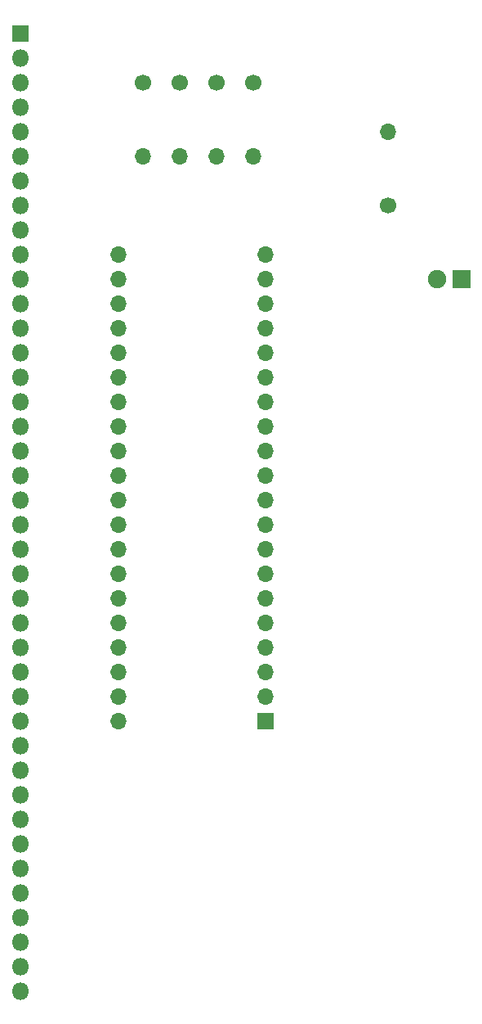
<source format=gbr>
%TF.GenerationSoftware,KiCad,Pcbnew,5.1.6-c6e7f7d~87~ubuntu18.04.1*%
%TF.CreationDate,2020-07-13T16:41:44+01:00*%
%TF.ProjectId,Z80_Rev2,5a38305f-5265-4763-922e-6b696361645f,rev?*%
%TF.SameCoordinates,Original*%
%TF.FileFunction,Soldermask,Top*%
%TF.FilePolarity,Negative*%
%FSLAX46Y46*%
G04 Gerber Fmt 4.6, Leading zero omitted, Abs format (unit mm)*
G04 Created by KiCad (PCBNEW 5.1.6-c6e7f7d~87~ubuntu18.04.1) date 2020-07-13 16:41:44*
%MOMM*%
%LPD*%
G01*
G04 APERTURE LIST*
%ADD10O,1.700000X1.700000*%
%ADD11R,1.700000X1.700000*%
%ADD12C,1.700000*%
%ADD13O,1.800000X1.800000*%
%ADD14R,1.800000X1.800000*%
%ADD15C,1.900000*%
%ADD16R,1.900000X1.900000*%
G04 APERTURE END LIST*
D10*
%TO.C,U1*%
X88900000Y-101600000D03*
X104140000Y-53340000D03*
X88900000Y-99060000D03*
X104140000Y-55880000D03*
X88900000Y-96520000D03*
X104140000Y-58420000D03*
X88900000Y-93980000D03*
X104140000Y-60960000D03*
X88900000Y-91440000D03*
X104140000Y-63500000D03*
X88900000Y-88900000D03*
X104140000Y-66040000D03*
X88900000Y-86360000D03*
X104140000Y-68580000D03*
X88900000Y-83820000D03*
X104140000Y-71120000D03*
X88900000Y-81280000D03*
X104140000Y-73660000D03*
X88900000Y-78740000D03*
X104140000Y-76200000D03*
X88900000Y-76200000D03*
X104140000Y-78740000D03*
X88900000Y-73660000D03*
X104140000Y-81280000D03*
X88900000Y-71120000D03*
X104140000Y-83820000D03*
X88900000Y-68580000D03*
X104140000Y-86360000D03*
X88900000Y-66040000D03*
X104140000Y-88900000D03*
X88900000Y-63500000D03*
X104140000Y-91440000D03*
X88900000Y-60960000D03*
X104140000Y-93980000D03*
X88900000Y-58420000D03*
X104140000Y-96520000D03*
X88900000Y-55880000D03*
X104140000Y-99060000D03*
X88900000Y-53340000D03*
D11*
X104140000Y-101600000D03*
%TD*%
D10*
%TO.C,R5*%
X116840000Y-40640000D03*
D12*
X116840000Y-48260000D03*
%TD*%
D10*
%TO.C,R4*%
X99060000Y-43180000D03*
D12*
X99060000Y-35560000D03*
%TD*%
D10*
%TO.C,R3*%
X91440000Y-43180000D03*
D12*
X91440000Y-35560000D03*
%TD*%
D10*
%TO.C,R2*%
X95250000Y-43180000D03*
D12*
X95250000Y-35560000D03*
%TD*%
D10*
%TO.C,R1*%
X102870000Y-43180000D03*
D12*
X102870000Y-35560000D03*
%TD*%
D13*
%TO.C,J1*%
X78740000Y-129540000D03*
X78740000Y-127000000D03*
X78740000Y-124460000D03*
X78740000Y-121920000D03*
X78740000Y-119380000D03*
X78740000Y-116840000D03*
X78740000Y-114300000D03*
X78740000Y-111760000D03*
X78740000Y-109220000D03*
X78740000Y-106680000D03*
X78740000Y-104140000D03*
X78740000Y-101600000D03*
X78740000Y-99060000D03*
X78740000Y-96520000D03*
X78740000Y-93980000D03*
X78740000Y-91440000D03*
X78740000Y-88900000D03*
X78740000Y-86360000D03*
X78740000Y-83820000D03*
X78740000Y-81280000D03*
X78740000Y-78740000D03*
X78740000Y-76200000D03*
X78740000Y-73660000D03*
X78740000Y-71120000D03*
X78740000Y-68580000D03*
X78740000Y-66040000D03*
X78740000Y-63500000D03*
X78740000Y-60960000D03*
X78740000Y-58420000D03*
X78740000Y-55880000D03*
X78740000Y-53340000D03*
X78740000Y-50800000D03*
X78740000Y-48260000D03*
X78740000Y-45720000D03*
X78740000Y-43180000D03*
X78740000Y-40640000D03*
X78740000Y-38100000D03*
X78740000Y-35560000D03*
X78740000Y-33020000D03*
D14*
X78740000Y-30480000D03*
%TD*%
D15*
%TO.C,D1*%
X121920000Y-55880000D03*
D16*
X124460000Y-55880000D03*
%TD*%
M02*

</source>
